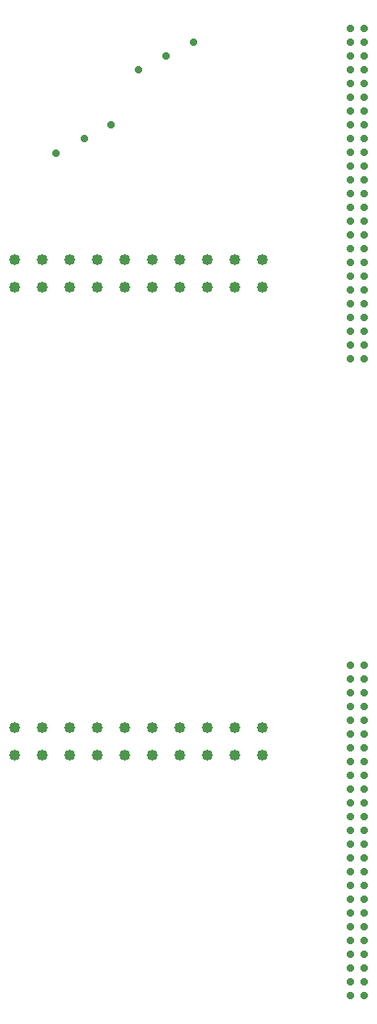
<source format=gbr>
%TF.GenerationSoftware,Altium Limited,Altium Designer,22.11.1 (43)*%
G04 Layer_Color=0*
%FSLAX45Y45*%
%MOMM*%
%TF.SameCoordinates,ABC14B17-DAD6-4B0F-8560-1018B917A27C*%
%TF.FilePolarity,Positive*%
%TF.FileFunction,Plated,1,2,PTH,Drill*%
%TF.Part,Single*%
G01*
G75*
%TA.AperFunction,ComponentDrill*%
%ADD27C,0.74000*%
%ADD28C,1.01600*%
%TA.AperFunction,ViaDrill,NotFilled*%
%ADD29C,0.71120*%
D27*
X11112500Y3771900D02*
D03*
X11239500D02*
D03*
X11112500Y3644900D02*
D03*
X11239500D02*
D03*
X11112500Y3517900D02*
D03*
X11239500D02*
D03*
X11112500Y3390900D02*
D03*
X11239500D02*
D03*
X11112500Y3263900D02*
D03*
X11239500D02*
D03*
X11112500Y3136900D02*
D03*
X11239500D02*
D03*
X11112500Y3009900D02*
D03*
X11239500D02*
D03*
X11112500Y2882900D02*
D03*
X11239500D02*
D03*
X11112500Y2755900D02*
D03*
X11239500D02*
D03*
X11112500Y2628900D02*
D03*
X11239500D02*
D03*
X11112500Y2501900D02*
D03*
X11239500D02*
D03*
X11112500Y2374900D02*
D03*
X11239500D02*
D03*
X11112500Y2247900D02*
D03*
X11239500D02*
D03*
X11112500Y2120900D02*
D03*
X11239500D02*
D03*
X11112500Y1993900D02*
D03*
X11239500D02*
D03*
X11112500Y1866900D02*
D03*
X11239500D02*
D03*
X11112500Y1739900D02*
D03*
X11239500D02*
D03*
X11112500Y1612900D02*
D03*
X11239500D02*
D03*
X11112500Y1485900D02*
D03*
X11239500D02*
D03*
X11112500Y1358900D02*
D03*
X11239500D02*
D03*
X11112500Y1231900D02*
D03*
X11239500D02*
D03*
X11112500Y1104900D02*
D03*
X11239500D02*
D03*
X11112500Y977900D02*
D03*
X11239500D02*
D03*
X11112500Y850900D02*
D03*
X11239500D02*
D03*
X11112500Y723900D02*
D03*
X11239500D02*
D03*
Y6604000D02*
D03*
X11112500D02*
D03*
X11239500Y6731000D02*
D03*
X11112500D02*
D03*
X11239500Y6858000D02*
D03*
X11112500D02*
D03*
X11239500Y6985000D02*
D03*
X11112500D02*
D03*
X11239500Y7112000D02*
D03*
X11112500D02*
D03*
X11239500Y7239000D02*
D03*
X11112500D02*
D03*
X11239500Y7366000D02*
D03*
X11112500D02*
D03*
X11239500Y7493000D02*
D03*
X11112500D02*
D03*
X11239500Y7620000D02*
D03*
X11112500D02*
D03*
X11239500Y7747000D02*
D03*
X11112500D02*
D03*
X11239500Y7874000D02*
D03*
X11112500D02*
D03*
X11239500Y8001000D02*
D03*
X11112500D02*
D03*
X11239500Y8128000D02*
D03*
X11112500D02*
D03*
X11239500Y8255000D02*
D03*
X11112500D02*
D03*
X11239500Y8382000D02*
D03*
X11112500D02*
D03*
X11239500Y8509000D02*
D03*
X11112500D02*
D03*
X11239500Y8636000D02*
D03*
X11112500D02*
D03*
X11239500Y8763000D02*
D03*
X11112500D02*
D03*
X11239500Y8890000D02*
D03*
X11112500D02*
D03*
X11239500Y9017000D02*
D03*
X11112500D02*
D03*
X11239500Y9144000D02*
D03*
X11112500D02*
D03*
X11239500Y9271000D02*
D03*
X11112500D02*
D03*
X11239500Y9398000D02*
D03*
X11112500D02*
D03*
X11239500Y9525000D02*
D03*
X11112500D02*
D03*
X11239500Y9652000D02*
D03*
X11112500D02*
D03*
D28*
X10299700Y7518400D02*
D03*
Y7264400D02*
D03*
X10045700Y7518400D02*
D03*
Y7264400D02*
D03*
X9791700Y7518400D02*
D03*
Y7264400D02*
D03*
X9537700Y7518400D02*
D03*
Y7264400D02*
D03*
X9283700Y7518400D02*
D03*
Y7264400D02*
D03*
X9029700Y7518400D02*
D03*
Y7264400D02*
D03*
X8775700Y7518400D02*
D03*
Y7264400D02*
D03*
X8521700Y7518400D02*
D03*
Y7264400D02*
D03*
X8267700Y7518400D02*
D03*
Y7264400D02*
D03*
X8013700Y7518400D02*
D03*
Y7264400D02*
D03*
X10299700Y3200400D02*
D03*
Y2946400D02*
D03*
X10045700Y3200400D02*
D03*
Y2946400D02*
D03*
X9791700Y3200400D02*
D03*
Y2946400D02*
D03*
X9537700Y3200400D02*
D03*
Y2946400D02*
D03*
X9283700Y3200400D02*
D03*
Y2946400D02*
D03*
X9029700Y3200400D02*
D03*
Y2946400D02*
D03*
X8775700Y3200400D02*
D03*
Y2946400D02*
D03*
X8521700Y3200400D02*
D03*
Y2946400D02*
D03*
X8267700Y3200400D02*
D03*
Y2946400D02*
D03*
X8013700Y3200400D02*
D03*
Y2946400D02*
D03*
D29*
X8394700Y8496300D02*
D03*
X8661400Y8636000D02*
D03*
X9156700Y9271000D02*
D03*
X9410700Y9398000D02*
D03*
X9664700Y9525000D02*
D03*
X8902700Y8763000D02*
D03*
%TF.MD5,29496004fdeeb8fcebecb4ea26fd0caf*%
M02*

</source>
